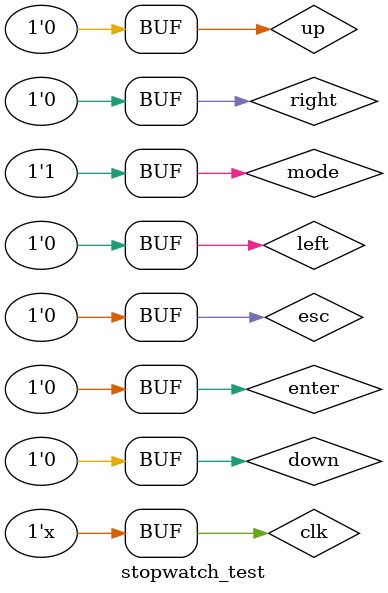
<source format=v>
`timescale 1ns / 1ps


module stopwatch_test;

	// Inputs
	reg up;
	reg down;
	reg left;
	reg right;
	reg enter;
	reg esc;
	reg clk;
	reg mode;

	// Outputs
	wire [47:0] out;
	wire norm;

	// Instantiate the Unit Under Test (UUT)
	stopwatch uut (
		.up(up), 
		.down(down), 
		.left(left), 
		.right(right), 
		.enter(enter), 
		.esc(esc), 
		.clk(clk), 
		.mode(mode), 
		.out(out), 
		.norm(norm)
	);

	initial begin
		// Initialize Inputs
		up = 0;
		down = 0;
		left = 0;
		right = 0;
		enter = 0;
		esc = 0;
		clk = 0;
		mode = 0;
	

		// Wait 100 ns for global reset to finish
		#100 mode = 1;
        
		// Add stimulus here
		#1000 enter = 1;
		#100 enter = 0;
		#500000 enter = 1;
		#100 enter = 0;
		#100000 enter = 1;
		#100 enter = 0;
		#100000 enter = 1;
		#100 enter = 0;
		#1000 esc = 1;
		#100 esc = 0;
		#100000 enter = 1;
		#100 enter = 0;
		#100000 esc = 1;
		#100 esc = 0;

	end
      
	always begin
		#0.5 clk = ~clk;
	end
	
endmodule


</source>
